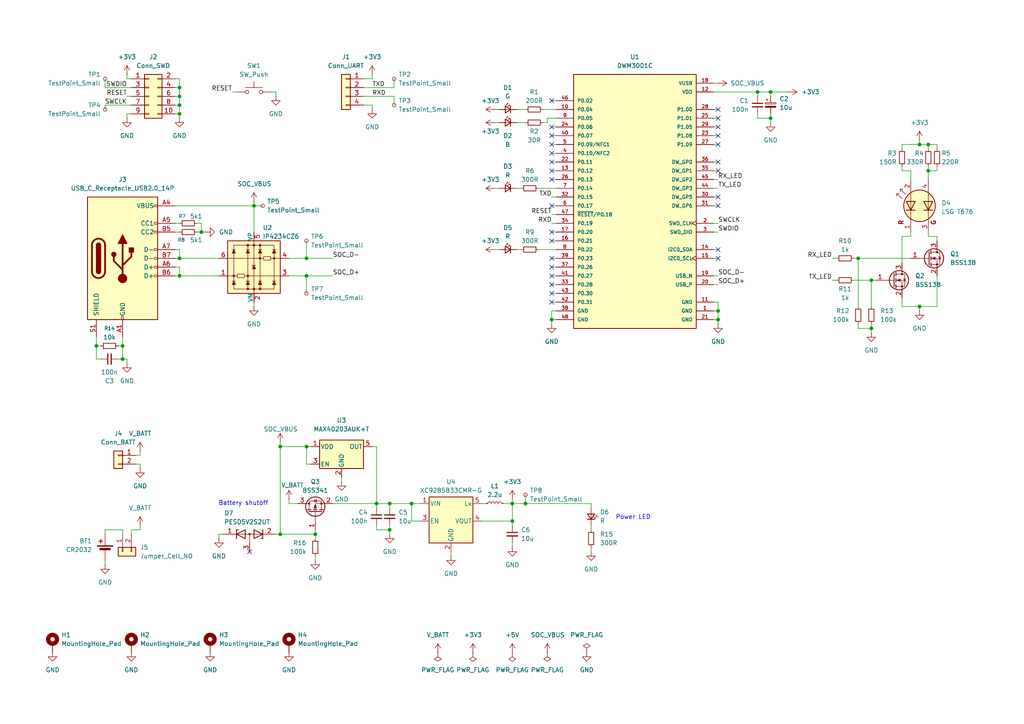
<source format=kicad_sch>
(kicad_sch (version 20250114) (generator "eeschema") (generator_version "9.0")
  (paper "A4")
  (text "Battery shutoff" (at 70.612 146.05 0) (effects (font (size 1.27 1.27))))
  (text "Power LED" (at 183.642 150.114 0) (effects (font (size 1.27 1.27))))
  (junction (at 252.73 81.28))
  (junction (at 148.59 146.05))
  (junction (at 269.24 41.91))
  (junction (at 52.07 80.01))
  (junction (at 52.07 27.94))
  (junction (at 266.7 88.9))
  (junction (at 223.52 34.29))
  (junction (at 109.22 146.05))
  (junction (at 88.9 129.54))
  (junction (at 88.9 80.01))
  (junction (at 52.07 25.4))
  (junction (at 152.4 146.05))
  (junction (at 81.28 154.94))
  (junction (at 208.28 90.17))
  (junction (at 248.92 74.93))
  (junction (at 73.66 59.69))
  (junction (at 223.52 26.67))
  (junction (at 88.9 74.93))
  (junction (at 52.07 33.02))
  (junction (at 91.44 154.94))
  (junction (at 113.03 146.05))
  (junction (at 219.71 26.67))
  (junction (at 52.07 30.48))
  (junction (at 119.38 146.05))
  (junction (at 35.56 100.33))
  (junction (at 160.02 92.71))
  (junction (at 208.28 92.71))
  (junction (at 27.94 100.33))
  (junction (at 58.42 67.31))
  (junction (at 113.03 153.67))
  (junction (at 35.56 104.14))
  (junction (at 148.59 151.13))
  (junction (at 81.28 129.54))
  (junction (at 266.7 41.91))
  (junction (at 269.24 49.53))
  (junction (at 52.07 74.93))
  (junction (at 252.73 95.25))
  (no_connect (at 208.28 72.39))
  (no_connect (at 208.28 74.93))
  (no_connect (at 160.02 77.47))
  (no_connect (at 208.28 49.53))
  (no_connect (at 208.28 36.83))
  (no_connect (at 160.02 41.91))
  (no_connect (at 160.02 87.63))
  (no_connect (at 160.02 44.45))
  (no_connect (at 208.28 41.91))
  (no_connect (at 160.02 67.31))
  (no_connect (at 208.28 34.29))
  (no_connect (at 208.28 31.75))
  (no_connect (at 160.02 85.09))
  (no_connect (at 160.02 59.69))
  (no_connect (at 208.28 46.99))
  (no_connect (at 160.02 39.37))
  (no_connect (at 160.02 52.07))
  (no_connect (at 160.02 46.99))
  (no_connect (at 160.02 74.93))
  (no_connect (at 160.02 69.85))
  (no_connect (at 208.28 59.69))
  (no_connect (at 160.02 36.83))
  (no_connect (at 160.02 49.53))
  (no_connect (at 208.28 39.37))
  (no_connect (at 160.02 29.21))
  (no_connect (at 72.39 160.02))
  (no_connect (at 160.02 82.55))
  (no_connect (at 160.02 80.01))
  (no_connect (at 208.28 57.15))
  (wire (pts (xy 269.24 68.58) (xy 271.78 68.58)))
  (wire (pts (xy 269.24 41.91) (xy 269.24 43.18)))
  (wire (pts (xy 269.24 49.53) (xy 271.78 49.53)))
  (wire (pts (xy 207.01 41.91) (xy 208.28 41.91)))
  (wire (pts (xy 266.7 88.9) (xy 266.7 90.17)))
  (wire (pts (xy 160.02 46.99) (xy 161.29 46.99)))
  (wire (pts (xy 81.28 129.54) (xy 81.28 154.94)))
  (wire (pts (xy 160.02 85.09) (xy 161.29 85.09)))
  (wire (pts (xy 207.01 80.01) (xy 208.28 80.01)))
  (wire (pts (xy 160.02 92.71) (xy 161.29 92.71)))
  (wire (pts (xy 160.02 90.17) (xy 160.02 92.71)))
  (wire (pts (xy 207.01 64.77) (xy 208.28 64.77)))
  (wire (pts (xy 143.51 31.75) (xy 144.78 31.75)))
  (wire (pts (xy 58.42 67.31) (xy 59.69 67.31)))
  (wire (pts (xy 57.15 67.31) (xy 58.42 67.31)))
  (wire (pts (xy 52.07 77.47) (xy 52.07 80.01)))
  (wire (pts (xy 208.28 72.39) (xy 207.01 72.39)))
  (wire (pts (xy 96.52 146.05) (xy 109.22 146.05)))
  (wire (pts (xy 34.29 104.14) (xy 35.56 104.14)))
  (wire (pts (xy 130.81 160.02) (xy 130.81 161.29)))
  (wire (pts (xy 252.73 81.28) (xy 252.73 88.9)))
  (wire (pts (xy 160.02 41.91) (xy 161.29 41.91)))
  (wire (pts (xy 152.4 143.51) (xy 152.4 146.05)))
  (wire (pts (xy 88.9 74.93) (xy 96.52 74.93)))
  (wire (pts (xy 119.38 146.05) (xy 121.92 146.05)))
  (wire (pts (xy 160.02 57.15) (xy 161.29 57.15)))
  (wire (pts (xy 50.8 80.01) (xy 52.07 80.01)))
  (wire (pts (xy 269.24 41.91) (xy 271.78 41.91)))
  (wire (pts (xy 207.01 54.61) (xy 208.28 54.61)))
  (wire (pts (xy 73.66 59.69) (xy 76.2 59.69)))
  (wire (pts (xy 160.02 80.01) (xy 161.29 80.01)))
  (wire (pts (xy 91.44 161.29) (xy 91.44 162.56)))
  (wire (pts (xy 156.21 72.39) (xy 161.29 72.39)))
  (wire (pts (xy 38.1 154.94) (xy 38.1 153.67)))
  (wire (pts (xy 208.28 92.71) (xy 207.01 92.71)))
  (wire (pts (xy 156.21 54.61) (xy 161.29 54.61)))
  (wire (pts (xy 68.58 26.67) (xy 67.31 26.67)))
  (wire (pts (xy 36.83 105.41) (xy 36.83 104.14)))
  (wire (pts (xy 73.66 58.42) (xy 73.66 59.69)))
  (wire (pts (xy 160.02 87.63) (xy 161.29 87.63)))
  (wire (pts (xy 143.51 54.61) (xy 144.78 54.61)))
  (wire (pts (xy 149.86 54.61) (xy 151.13 54.61)))
  (wire (pts (xy 207.01 34.29) (xy 208.28 34.29)))
  (wire (pts (xy 148.59 151.13) (xy 148.59 152.4)))
  (wire (pts (xy 113.03 153.67) (xy 109.22 153.67)))
  (wire (pts (xy 38.1 153.67) (xy 40.64 153.67)))
  (wire (pts (xy 149.86 72.39) (xy 151.13 72.39)))
  (wire (pts (xy 50.8 64.77) (xy 52.07 64.77)))
  (wire (pts (xy 39.37 132.08) (xy 40.64 132.08)))
  (wire (pts (xy 160.02 62.23) (xy 161.29 62.23)))
  (wire (pts (xy 266.7 88.9) (xy 261.62 88.9)))
  (wire (pts (xy 148.59 144.78) (xy 148.59 146.05)))
  (wire (pts (xy 88.9 80.01) (xy 88.9 85.09)))
  (wire (pts (xy 252.73 95.25) (xy 252.73 96.52)))
  (wire (pts (xy 52.07 22.86) (xy 52.07 25.4)))
  (wire (pts (xy 248.92 93.98) (xy 248.92 95.25)))
  (wire (pts (xy 148.59 146.05) (xy 152.4 146.05)))
  (wire (pts (xy 80.01 154.94) (xy 81.28 154.94)))
  (wire (pts (xy 264.16 67.31) (xy 264.16 68.58)))
  (wire (pts (xy 107.95 30.48) (xy 107.95 31.75)))
  (wire (pts (xy 88.9 129.54) (xy 90.17 129.54)))
  (wire (pts (xy 252.73 81.28) (xy 254 81.28)))
  (wire (pts (xy 121.92 151.13) (xy 119.38 151.13)))
  (wire (pts (xy 207.01 90.17) (xy 208.28 90.17)))
  (wire (pts (xy 207.01 59.69) (xy 208.28 59.69)))
  (wire (pts (xy 109.22 146.05) (xy 109.22 147.32)))
  (wire (pts (xy 50.8 30.48) (xy 52.07 30.48)))
  (wire (pts (xy 119.38 151.13) (xy 119.38 146.05)))
  (wire (pts (xy 113.03 152.4) (xy 113.03 153.67)))
  (wire (pts (xy 207.01 57.15) (xy 208.28 57.15)))
  (wire (pts (xy 50.8 27.94) (xy 52.07 27.94)))
  (wire (pts (xy 36.83 27.94) (xy 38.1 27.94)))
  (wire (pts (xy 261.62 48.26) (xy 261.62 49.53)))
  (wire (pts (xy 247.65 74.93) (xy 248.92 74.93)))
  (wire (pts (xy 219.71 26.67) (xy 219.71 27.94)))
  (wire (pts (xy 36.83 21.59) (xy 36.83 22.86)))
  (wire (pts (xy 27.94 100.33) (xy 29.21 100.33)))
  (wire (pts (xy 81.28 129.54) (xy 88.9 129.54)))
  (wire (pts (xy 219.71 34.29) (xy 223.52 34.29)))
  (wire (pts (xy 73.66 87.63) (xy 73.66 88.9)))
  (wire (pts (xy 269.24 49.53) (xy 269.24 52.07)))
  (wire (pts (xy 52.07 25.4) (xy 52.07 27.94)))
  (wire (pts (xy 88.9 134.62) (xy 88.9 129.54)))
  (wire (pts (xy 105.41 25.4) (xy 114.3 25.4)))
  (wire (pts (xy 114.3 30.48) (xy 114.3 27.94)))
  (wire (pts (xy 73.66 59.69) (xy 73.66 67.31)))
  (wire (pts (xy 207.01 87.63) (xy 208.28 87.63)))
  (wire (pts (xy 160.02 29.21) (xy 161.29 29.21)))
  (wire (pts (xy 261.62 41.91) (xy 266.7 41.91)))
  (wire (pts (xy 35.56 104.14) (xy 36.83 104.14)))
  (wire (pts (xy 148.59 157.48) (xy 148.59 158.75)))
  (wire (pts (xy 27.94 104.14) (xy 29.21 104.14)))
  (wire (pts (xy 160.02 82.55) (xy 161.29 82.55)))
  (wire (pts (xy 248.92 95.25) (xy 252.73 95.25)))
  (wire (pts (xy 149.86 35.56) (xy 152.4 35.56)))
  (wire (pts (xy 113.03 146.05) (xy 119.38 146.05)))
  (wire (pts (xy 80.01 26.67) (xy 80.01 27.94)))
  (wire (pts (xy 160.02 39.37) (xy 161.29 39.37)))
  (wire (pts (xy 50.8 77.47) (xy 52.07 77.47)))
  (wire (pts (xy 35.56 100.33) (xy 35.56 97.79)))
  (wire (pts (xy 247.65 81.28) (xy 252.73 81.28)))
  (wire (pts (xy 88.9 69.85) (xy 88.9 74.93)))
  (wire (pts (xy 171.45 146.05) (xy 171.45 147.32)))
  (wire (pts (xy 38.1 33.02) (xy 36.83 33.02)))
  (wire (pts (xy 83.82 80.01) (xy 88.9 80.01)))
  (wire (pts (xy 36.83 33.02) (xy 36.83 34.29)))
  (wire (pts (xy 241.3 81.28) (xy 242.57 81.28)))
  (wire (pts (xy 208.28 90.17) (xy 208.28 92.71)))
  (wire (pts (xy 152.4 146.05) (xy 171.45 146.05)))
  (wire (pts (xy 223.52 26.67) (xy 228.6 26.67)))
  (wire (pts (xy 160.02 74.93) (xy 161.29 74.93)))
  (wire (pts (xy 269.24 67.31) (xy 269.24 68.58)))
  (wire (pts (xy 223.52 26.67) (xy 223.52 27.94)))
  (wire (pts (xy 143.51 72.39) (xy 144.78 72.39)))
  (wire (pts (xy 160.02 67.31) (xy 161.29 67.31)))
  (wire (pts (xy 207.01 26.67) (xy 219.71 26.67)))
  (wire (pts (xy 35.56 104.14) (xy 35.56 100.33)))
  (wire (pts (xy 81.28 128.27) (xy 81.28 129.54)))
  (wire (pts (xy 264.16 68.58) (xy 261.62 68.58)))
  (wire (pts (xy 30.48 30.48) (xy 38.1 30.48)))
  (wire (pts (xy 52.07 74.93) (xy 63.5 74.93)))
  (wire (pts (xy 241.3 74.93) (xy 242.57 74.93)))
  (wire (pts (xy 207.01 49.53) (xy 208.28 49.53)))
  (wire (pts (xy 105.41 30.48) (xy 107.95 30.48)))
  (wire (pts (xy 261.62 49.53) (xy 264.16 49.53)))
  (wire (pts (xy 157.48 31.75) (xy 161.29 31.75)))
  (wire (pts (xy 248.92 74.93) (xy 248.92 88.9)))
  (wire (pts (xy 207.01 46.99) (xy 208.28 46.99)))
  (wire (pts (xy 208.28 92.71) (xy 208.28 93.98)))
  (wire (pts (xy 143.51 35.56) (xy 144.78 35.56)))
  (wire (pts (xy 271.78 88.9) (xy 266.7 88.9)))
  (wire (pts (xy 58.42 67.31) (xy 58.42 64.77)))
  (wire (pts (xy 35.56 153.67) (xy 35.56 154.94)))
  (wire (pts (xy 261.62 86.36) (xy 261.62 88.9)))
  (wire (pts (xy 223.52 34.29) (xy 223.52 33.02)))
  (wire (pts (xy 40.64 134.62) (xy 39.37 134.62)))
  (wire (pts (xy 207.01 67.31) (xy 208.28 67.31)))
  (wire (pts (xy 160.02 52.07) (xy 161.29 52.07)))
  (wire (pts (xy 52.07 33.02) (xy 52.07 34.29)))
  (wire (pts (xy 50.8 59.69) (xy 73.66 59.69)))
  (wire (pts (xy 52.07 27.94) (xy 52.07 30.48)))
  (wire (pts (xy 271.78 48.26) (xy 271.78 49.53)))
  (wire (pts (xy 36.83 22.86) (xy 38.1 22.86)))
  (wire (pts (xy 30.48 25.4) (xy 30.48 22.86)))
  (wire (pts (xy 208.28 74.93) (xy 207.01 74.93)))
  (wire (pts (xy 266.7 40.64) (xy 266.7 41.91)))
  (wire (pts (xy 158.75 34.29) (xy 161.29 34.29)))
  (wire (pts (xy 171.45 152.4) (xy 171.45 153.67)))
  (wire (pts (xy 50.8 22.86) (xy 52.07 22.86)))
  (wire (pts (xy 219.71 33.02) (xy 219.71 34.29)))
  (wire (pts (xy 30.48 162.56) (xy 30.48 163.83)))
  (wire (pts (xy 113.03 153.67) (xy 113.03 154.94)))
  (wire (pts (xy 52.07 74.93) (xy 52.07 72.39)))
  (wire (pts (xy 50.8 72.39) (xy 52.07 72.39)))
  (wire (pts (xy 160.02 59.69) (xy 161.29 59.69)))
  (wire (pts (xy 161.29 90.17) (xy 160.02 90.17)))
  (wire (pts (xy 146.05 146.05) (xy 148.59 146.05)))
  (wire (pts (xy 78.74 26.67) (xy 80.01 26.67)))
  (wire (pts (xy 160.02 69.85) (xy 161.29 69.85)))
  (wire (pts (xy 91.44 154.94) (xy 91.44 156.21)))
  (wire (pts (xy 114.3 22.86) (xy 114.3 25.4)))
  (wire (pts (xy 271.78 80.01) (xy 271.78 88.9)))
  (wire (pts (xy 160.02 49.53) (xy 161.29 49.53)))
  (wire (pts (xy 269.24 48.26) (xy 269.24 49.53)))
  (wire (pts (xy 109.22 129.54) (xy 109.22 146.05)))
  (wire (pts (xy 27.94 100.33) (xy 27.94 104.14)))
  (wire (pts (xy 264.16 49.53) (xy 264.16 52.07)))
  (wire (pts (xy 105.41 22.86) (xy 107.95 22.86)))
  (wire (pts (xy 252.73 93.98) (xy 252.73 95.25)))
  (wire (pts (xy 107.95 129.54) (xy 109.22 129.54)))
  (wire (pts (xy 139.7 146.05) (xy 140.97 146.05)))
  (wire (pts (xy 208.28 87.63) (xy 208.28 90.17)))
  (wire (pts (xy 207.01 39.37) (xy 208.28 39.37)))
  (wire (pts (xy 109.22 152.4) (xy 109.22 153.67)))
  (wire (pts (xy 40.64 152.4) (xy 40.64 153.67)))
  (wire (pts (xy 107.95 22.86) (xy 107.95 21.59)))
  (wire (pts (xy 149.86 31.75) (xy 152.4 31.75)))
  (wire (pts (xy 52.07 80.01) (xy 63.5 80.01)))
  (wire (pts (xy 207.01 36.83) (xy 208.28 36.83)))
  (wire (pts (xy 30.48 153.67) (xy 35.56 153.67)))
  (wire (pts (xy 160.02 92.71) (xy 160.02 93.98)))
  (wire (pts (xy 88.9 80.01) (xy 96.52 80.01)))
  (wire (pts (xy 50.8 74.93) (xy 52.07 74.93)))
  (wire (pts (xy 50.8 67.31) (xy 52.07 67.31)))
  (wire (pts (xy 34.29 100.33) (xy 35.56 100.33)))
  (wire (pts (xy 105.41 27.94) (xy 114.3 27.94)))
  (wire (pts (xy 171.45 158.75) (xy 171.45 160.02)))
  (wire (pts (xy 248.92 74.93) (xy 264.16 74.93)))
  (wire (pts (xy 30.48 25.4) (xy 38.1 25.4)))
  (wire (pts (xy 207.01 52.07) (xy 208.28 52.07)))
  (wire (pts (xy 148.59 146.05) (xy 148.59 151.13)))
  (wire (pts (xy 160.02 64.77) (xy 161.29 64.77)))
  (wire (pts (xy 261.62 43.18) (xy 261.62 41.91)))
  (wire (pts (xy 58.42 64.77) (xy 57.15 64.77)))
  (wire (pts (xy 83.82 74.93) (xy 88.9 74.93)))
  (wire (pts (xy 207.01 31.75) (xy 208.28 31.75)))
  (wire (pts (xy 30.48 30.48) (xy 30.48 31.75)))
  (wire (pts (xy 160.02 36.83) (xy 161.29 36.83)))
  (wire (pts (xy 99.06 138.43) (xy 99.06 139.7)))
  (wire (pts (xy 158.75 35.56) (xy 158.75 34.29)))
  (wire (pts (xy 83.82 146.05) (xy 86.36 146.05)))
  (wire (pts (xy 27.94 97.79) (xy 27.94 100.33)))
  (wire (pts (xy 157.48 35.56) (xy 158.75 35.56)))
  (wire (pts (xy 63.5 154.94) (xy 64.77 154.94)))
  (wire (pts (xy 219.71 26.67) (xy 223.52 26.67)))
  (wire (pts (xy 113.03 146.05) (xy 113.03 147.32)))
  (wire (pts (xy 139.7 151.13) (xy 148.59 151.13)))
  (wire (pts (xy 271.78 41.91) (xy 271.78 43.18)))
  (wire (pts (xy 266.7 41.91) (xy 269.24 41.91)))
  (wire (pts (xy 223.52 34.29) (xy 223.52 35.56)))
  (wire (pts (xy 261.62 68.58) (xy 261.62 76.2)))
  (wire (pts (xy 63.5 154.94) (xy 63.5 156.21)))
  (wire (pts (xy 40.64 135.89) (xy 40.64 134.62)))
  (wire (pts (xy 160.02 77.47) (xy 161.29 77.47)))
  (wire (pts (xy 52.07 30.48) (xy 52.07 33.02)))
  (wire (pts (xy 30.48 154.94) (xy 30.48 153.67)))
  (wire (pts (xy 160.02 44.45) (xy 161.29 44.45)))
  (wire (pts (xy 109.22 146.05) (xy 113.03 146.05)))
  (wire (pts (xy 90.17 134.62) (xy 88.9 134.62)))
  (wire (pts (xy 271.78 68.58) (xy 271.78 69.85)))
  (wire (pts (xy 207.01 82.55) (xy 208.28 82.55)))
  (wire (pts (xy 50.8 33.02) (xy 52.07 33.02)))
  (wire (pts (xy 50.8 25.4) (xy 52.07 25.4)))
  (wire (pts (xy 208.28 24.13) (xy 207.01 24.13)))
  (wire (pts (xy 81.28 154.94) (xy 91.44 154.94)))
  (wire (pts (xy 40.64 132.08) (xy 40.64 130.81)))
  (wire (pts (xy 91.44 153.67) (xy 91.44 154.94)))
  (wire (pts (xy 83.82 146.05) (xy 83.82 144.78)))
  (label "SWCLK" (at 208.28 64.77 0))
  (label "SWDIO" (at 36.83 25.4 180))
  (label "RESET" (at 160.02 62.23 180))
  (label "TX_LED" (at 208.28 54.61 0))
  (label "TXD" (at 107.95 25.4 0))
  (label "RESET" (at 36.83 27.94 180))
  (label "RX_LED" (at 208.28 52.07 0))
  (label "RESET" (at 67.31 26.67 180))
  (label "RXD" (at 107.95 27.94 0))
  (label "SWCLK" (at 36.83 30.48 180))
  (label "SOC_D-" (at 96.52 74.93 0))
  (label "SOC_D+" (at 208.28 82.55 0))
  (label "RX_LED" (at 241.3 74.93 180))
  (label "SOC_D+" (at 96.52 80.01 0))
  (label "RXD" (at 160.02 64.77 180))
  (label "SOC_D-" (at 208.28 80.01 0))
  (label "TX_LED" (at 241.3 81.28 180))
  (label "SWDIO" (at 208.28 67.31 0))
  (label "TXD" (at 160.02 57.15 180))
  (symbol (lib_id "Device:R_Small") (at 31.75 100.33 90) (unit 1)
    (property "Reference" "R14" (at 31.75 95.25 90) (effects (font (size 1.016 1.016))))
    (property "Value" "10k" (at 31.75 97.79 90))
    (property "Footprint" "Resistor_SMD:R_0603_1608Metric" (effects (hide yes)))
    (property "Description" "Resistor, small symbol" (effects (hide yes)))
  )
  (symbol (lib_id "Device:R_Small") (at 54.61 67.31 90) (mirror x) (unit 1)
    (property "Reference" "R8" (at 52.578 69.596 90) (effects (font (size 1.016 1.016))))
    (property "Value" "5k1" (at 56.896 69.596 90))
    (property "Footprint" "Resistor_SMD:R_0603_1608Metric" (effects (hide yes)))
    (property "Description" "Resistor, small symbol" (effects (hide yes)))
  )
  (symbol (lib_id "power:+3V3") (at 137.16 189.23 0) (unit 1)
    (property "Reference" "#PWR042" (effects (hide yes)))
    (property "Value" "+3V3" (at 137.16 184.15 0))
    (property "Description" "Power symbol creates a global label with name \"+3V3\"" (effects (hide yes)))
  )
  (symbol (lib_id "power:GND") (at 40.64 135.89 0) (unit 1)
    (property "Reference" "#PWR025" (effects (hide yes)))
    (property "Value" "GND" (at 40.64 140.97 0))
    (property "Description" "Power symbol creates a global label with name \"GND\" , ground" (effects (hide yes)))
  )
  (symbol (lib_id "Device:C_Polarized_Small") (at 223.52 30.48 0) (unit 1)
    (property "Reference" "C2" (at 226.06 28.6638 0) (effects (justify left)))
    (property "Value" "10u" (at 226.06 31.2038 0) (effects (justify left)))
    (property "Footprint" "Capacitor_Tantalum_SMD:CP_EIA-3216-18_Kemet-A" (effects (hide yes)))
    (property "Description" "Polarized capacitor, small symbol" (effects (hide yes)))
  )
  (symbol (lib_id "Device:C_Small") (at 148.59 154.94 0) (unit 1)
    (property "Reference" "C6" (at 151.13 153.6762 0) (effects (justify left)))
    (property "Value" "10u" (at 151.13 156.2162 0) (effects (justify left)))
    (property "Footprint" "Capacitor_SMD:C_0603_1608Metric" (effects (hide yes)))
    (property "Description" "Unpolarized capacitor, small symbol" (effects (hide yes)))
  )
  (symbol (lib_id "Device:R_Small") (at 245.11 81.28 90) (unit 1)
    (property "Reference" "R11" (at 245.11 83.82 90))
    (property "Value" "1k" (at 245.11 86.36 90))
    (property "Footprint" "Resistor_SMD:R_0603_1608Metric" (effects (hide yes)))
    (property "Description" "Resistor, small symbol" (effects (hide yes)))
  )
  (symbol (lib_id "Device:C_Small") (at 31.75 104.14 90) (mirror x) (unit 1)
    (property "Reference" "C3" (at 31.7563 110.49 90))
    (property "Value" "100n" (at 31.7563 107.95 90))
    (property "Footprint" "Capacitor_SMD:C_0603_1608Metric" (effects (hide yes)))
    (property "Description" "Unpolarized capacitor, small symbol" (effects (hide yes)))
  )
  (symbol (lib_id "Device:R_Small") (at 269.24 45.72 0) (mirror y) (unit 1)
    (property "Reference" "R4" (at 267.97 44.45 0) (effects (justify left)))
    (property "Value" "330R" (at 267.97 46.99 0) (effects (justify left)))
    (property "Footprint" "Resistor_SMD:R_0603_1608Metric" (effects (hide yes)))
    (property "Description" "Resistor, small symbol" (effects (hide yes)))
  )
  (symbol (lib_id "Connector_Generic:Conn_01x02") (at 34.29 132.08 0) (mirror y) (unit 1)
    (property "Reference" "J4" (at 34.29 125.73 0))
    (property "Value" "Conn_BATT" (at 34.29 128.27 0))
    (property "Footprint" "Connector_PinSocket_2.54mm:PinSocket_1x02_P2.54mm_Vertical" (effects (hide yes)))
    (property "Description" "Generic connector, single row, 01x02, script generated (kicad-library-utils/schlib/autogen/connector/)" (effects (hide yes)))
  )
  (symbol (lib_id "power:GND") (at 99.06 139.7 0) (unit 1)
    (property "Reference" "#PWR026" (effects (hide yes)))
    (property "Value" "GND" (at 99.06 144.78 0))
    (property "Description" "Power symbol creates a global label with name \"GND\" , ground" (effects (hide yes)))
  )
  (symbol (lib_id "Device:R_Small") (at 271.78 45.72 0) (unit 1)
    (property "Reference" "R5" (at 273.05 44.45 0) (effects (justify left)))
    (property "Value" "220R" (at 273.05 46.99 0) (effects (justify left)))
    (property "Footprint" "Resistor_SMD:R_0603_1608Metric" (effects (hide yes)))
    (property "Description" "Resistor, small symbol" (effects (hide yes)))
  )
  (symbol (lib_id "Transistor_FET:BSS138") (at 259.08 81.28 0) (unit 1)
    (property "Reference" "Q2" (at 265.43 80.0099 0) (effects (justify left)))
    (property "Value" "BSS138" (at 265.43 82.5499 0) (effects (justify left)))
    (property "Footprint" "Package_TO_SOT_SMD:SOT-23" (effects (hide yes)))
    (property "Datasheet" "https://www.onsemi.com/pub/Collateral/BSS138-D.PDF" (effects (hide yes)))
    (property "Description" "50V Vds, 0.22A Id, N-Channel MOSFET, SOT-23" (effects (hide yes)))
  )
  (symbol (lib_id "Connector:TestPoint_Small") (at 88.9 85.09 0) (unit 1)
    (property "Reference" "TP7" (at 90.17 83.8199 0) (effects (justify left)))
    (property "Value" "TestPoint_Small" (at 90.17 86.3599 0) (effects (justify left)))
    (property "Footprint" "TestPoint:TestPoint_Pad_D1.0mm" (effects (hide yes)))
    (property "Description" "test point" (effects (hide yes)))
  )
  (symbol (lib_id "power:GND") (at 15.24 189.23 0) (unit 1)
    (property "Reference" "#PWR037" (effects (hide yes)))
    (property "Value" "GND" (at 15.24 194.31 0))
    (property "Description" "Power symbol creates a global label with name \"GND\" , ground" (effects (hide yes)))
  )
  (symbol (lib_id "Device:R_Small") (at 252.73 91.44 180) (unit 1)
    (property "Reference" "R13" (at 255.27 90.1699 0) (effects (justify right)))
    (property "Value" "100k" (at 255.27 92.7099 0) (effects (justify right)))
    (property "Footprint" "Resistor_SMD:R_0603_1608Metric" (effects (hide yes)))
    (property "Description" "Resistor, small symbol" (effects (hide yes)))
  )
  (symbol (lib_id "Device:R_Small") (at 54.61 64.77 90) (unit 1)
    (property "Reference" "R7" (at 52.832 62.738 90) (effects (font (size 1.016 1.016))))
    (property "Value" "5k1" (at 56.896 62.738 90))
    (property "Footprint" "Resistor_SMD:R_0603_1608Metric" (effects (hide yes)))
    (property "Description" "Resistor, small symbol" (effects (hide yes)))
  )
  (symbol (lib_id "power:GND") (at 170.18 189.23 0) (unit 1)
    (property "Reference" "#PWR045" (effects (hide yes)))
    (property "Value" "GND" (at 170.18 194.31 0))
    (property "Description" "Power symbol creates a global label with name \"GND\" , ground" (effects (hide yes)))
  )
  (symbol (lib_id "power:GND") (at 36.83 105.41 0) (unit 1)
    (property "Reference" "#PWR022" (effects (hide yes)))
    (property "Value" "GND" (at 36.83 110.49 0))
    (property "Description" "Power symbol creates a global label with name \"GND\" , ground" (effects (hide yes)))
  )
  (symbol (lib_id "power:+3V3") (at 148.59 144.78 0) (unit 1)
    (property "Reference" "#PWR028" (effects (hide yes)))
    (property "Value" "+3V3" (at 148.59 139.7 0))
    (property "Description" "Power symbol creates a global label with name \"+3V3\"" (effects (hide yes)))
  )
  (symbol (lib_id "Connector:TestPoint_Small") (at 76.2 59.69 0) (unit 1)
    (property "Reference" "TP5" (at 77.47 58.4199 0) (effects (justify left)))
    (property "Value" "TestPoint_Small" (at 77.47 60.9599 0) (effects (justify left)))
    (property "Footprint" "TestPoint:TestPoint_Pad_D1.0mm" (effects (hide yes)))
    (property "Description" "test point" (effects (hide yes)))
  )
  (symbol (lib_id "Ideal_Diode:MAX40203AUK+T") (at 99.06 132.08 0) (unit 1)
    (property "Reference" "U3" (at 99.06 121.92 0))
    (property "Value" "MAX40203AUK+T" (at 99.06 124.46 0))
    (property "Footprint" "Package_TO_SOT_SMD:SOT-23-5" (effects (hide yes)))
    (property "Datasheet" "https://www.analog.com/media/en/technical-documentation/data-sheets/MAX40203.pdf" (effects (hide yes)))
    (property "Description" "Ideal Diode with low voltage-drop, SOT-23-5" (effects (hide yes)))
  )
  (symbol (lib_id "power:GND") (at 130.81 161.29 0) (unit 1)
    (property "Reference" "#PWR034" (effects (hide yes)))
    (property "Value" "GND" (at 130.81 166.37 0))
    (property "Description" "Power symbol creates a global label with name \"GND\" , ground" (effects (hide yes)))
  )
  (symbol (lib_id "Device:R_Small") (at 261.62 45.72 0) (mirror y) (unit 1)
    (property "Reference" "R3" (at 260.096 44.45 0) (effects (justify left)))
    (property "Value" "150R" (at 260.096 46.99 0) (effects (justify left)))
    (property "Footprint" "Resistor_SMD:R_0603_1608Metric" (effects (hide yes)))
    (property "Description" "Resistor, small symbol" (effects (hide yes)))
  )
  (symbol (lib_id "power:GND") (at 73.66 88.9 0) (unit 1)
    (property "Reference" "#PWR017" (effects (hide yes)))
    (property "Value" "GND" (at 73.66 93.98 0))
    (property "Description" "Power symbol creates a global label with name \"GND\" , ground" (effects (hide yes)))
  )
  (symbol (lib_id "power:+5V") (at 148.59 189.23 0) (unit 1)
    (property "Reference" "#PWR043" (effects (hide yes)))
    (property "Value" "+5V" (at 148.59 184.15 0))
    (property "Description" "Power symbol creates a global label with name \"+5V\"" (effects (hide yes)))
  )
  (symbol (lib_id "Switch:SW_Push") (at 73.66 26.67 0) (mirror y) (unit 1)
    (property "Reference" "SW1" (at 73.66 19.05 0))
    (property "Value" "SW_Push" (at 73.66 21.59 0))
    (property "Footprint" "Button_Switch_THT:SW_TH_Tactile_Omron_B3F-106x" (effects (hide yes)))
    (property "Description" "Push button switch, generic, two pins" (effects (hide yes)))
  )
  (symbol (lib_id "Device:LED_Small") (at 147.32 54.61 0) (mirror y) (unit 1)
    (property "Reference" "D3" (at 147.2565 48.26 0))
    (property "Value" "R" (at 147.2565 50.8 0))
    (property "Footprint" "LED_SMD:LED_0603_1608Metric" (effects (hide yes)))
    (property "Description" "Light emitting diode, small symbol" (effects (hide yes)))
    (property "Sim.Pin" "1=K 2=A" (effects (hide yes)))
    (property "Mfr No" "150060RS83000" (effects (hide yes)))
    (property "Current" "5 mA" (effects (hide yes)))
  )
  (symbol (lib_id "power:GND") (at 223.52 35.56 0) (unit 1)
    (property "Reference" "#PWR011" (effects (hide yes)))
    (property "Value" "GND" (at 223.52 40.64 0))
    (property "Description" "Power symbol creates a global label with name \"GND\" , ground" (effects (hide yes)))
  )
  (symbol (lib_id "power:+3V3") (at 36.83 21.59 0) (mirror y) (unit 1)
    (property "Reference" "#PWR01" (effects (hide yes)))
    (property "Value" "+3V3" (at 36.83 16.51 0))
    (property "Description" "Power symbol creates a global label with name \"+3V3\"" (effects (hide yes)))
  )
  (symbol (lib_id "Transistor_FET:BSS84") (at 91.44 148.59 90) (unit 1)
    (property "Reference" "Q3" (at 91.44 139.7 90))
    (property "Value" "BSS341" (at 91.44 142.24 90))
    (property "Footprint" "Package_TO_SOT_SMD:SOT-23-3" (effects (hide yes)))
    (property "Datasheet" "http://assets.nexperia.com/documents/data-sheet/BSS84.pdf" (effects (hide yes)))
    (property "Description" "-0.13A Id, -50V Vds, P-Channel MOSFET, SOT-23" (effects (hide yes)))
  )
  (symbol (lib_id "Device:D_Zener_Dual_CommonAnode_KKA") (at 72.39 154.94 0) (unit 1)
    (property "Reference" "D7" (at 65.024 148.844 0) (effects (justify left)))
    (property "Value" "PESD5V2S2UT" (at 65.024 151.384 0) (effects (justify left)))
    (property "Footprint" "Package_TO_SOT_SMD:SOT-23" (effects (hide yes)))
    (property "Description" "Dual Zener diode, common anode on pin 3" (effects (hide yes)))
  )
  (symbol (lib_id "power:VBUS") (at 83.82 144.78 0) (unit 1)
    (property "Reference" "#PWR027" (effects (hide yes)))
    (property "Value" "V_BATT" (at 84.836 140.716 0))
    (property "Description" "Power symbol creates a global label with name \"VBUS\"" (effects (hide yes)))
  )
  (symbol (lib_id "Mechanical:MountingHole_Pad") (at 83.82 186.69 0) (unit 1) (exclude_from_sim yes) (in_bom no)
    (property "Reference" "H4" (at 86.36 184.1499 0) (effects (justify left)))
    (property "Value" "MountingHole_Pad" (at 86.36 186.6899 0) (effects (justify left)))
    (property "Footprint" "MountingHole:MountingHole_3.2mm_M3_ISO14580_Pad_TopBottom" (effects (hide yes)))
    (property "Description" "Mounting Hole with connection" (effects (hide yes)))
  )
  (symbol (lib_id "power:GND") (at 30.48 163.83 0) (unit 1)
    (property "Reference" "#PWR036" (effects (hide yes)))
    (property "Value" "GND" (at 30.48 168.91 0))
    (property "Description" "Power symbol creates a global label with name \"GND\" , ground" (effects (hide yes)))
  )
  (symbol (lib_id "power:GND") (at 107.95 31.75 0) (unit 1)
    (property "Reference" "#PWR06" (effects (hide yes)))
    (property "Value" "GND" (at 107.95 36.83 0))
    (property "Description" "Power symbol creates a global label with name \"GND\" , ground" (effects (hide yes)))
  )
  (symbol (lib_id "power:VBUS") (at 127 189.23 0) (unit 1)
    (property "Reference" "#PWR041" (effects (hide yes)))
    (property "Value" "V_BATT" (at 127 184.15 0))
    (property "Description" "Power symbol creates a global label with name \"VBUS\"" (effects (hide yes)))
  )
  (symbol (lib_id "power:PWR_FLAG") (at 158.75 189.23 180) (unit 1)
    (property "Reference" "#FLG04" (effects (hide yes)))
    (property "Value" "PWR_FLAG" (at 158.75 194.31 0))
    (property "Description" "Special symbol for telling ERC where power comes from" (effects (hide yes)))
  )
  (symbol (lib_id "Mechanical:MountingHole_Pad") (at 60.96 186.69 0) (unit 1) (exclude_from_sim yes) (in_bom no)
    (property "Reference" "H3" (at 63.5 184.1499 0) (effects (justify left)))
    (property "Value" "MountingHole_Pad" (at 63.5 186.6899 0) (effects (justify left)))
    (property "Footprint" "MountingHole:MountingHole_3.2mm_M3_ISO14580_Pad_TopBottom" (effects (hide yes)))
    (property "Description" "Mounting Hole with connection" (effects (hide yes)))
  )
  (symbol (lib_id "Device:LED_Small") (at 147.32 35.56 0) (mirror y) (unit 1)
    (property "Reference" "D2" (at 147.2565 39.37 0))
    (property "Value" "B" (at 147.2565 41.91 0))
    (property "Footprint" "LED_SMD:LED_0603_1608Metric" (effects (hide yes)))
    (property "Description" "Light emitting diode, small symbol" (effects (hide yes)))
    (property "Sim.Pin" "1=K 2=A" (effects (hide yes)))
    (property "Mfr No" "150060BS83000" (effects (hide yes)))
    (property "Current" "7 mA" (effects (hide yes)))
  )
  (symbol (lib_id "power:GND") (at 60.96 189.23 0) (unit 1)
    (property "Reference" "#PWR039" (effects (hide yes)))
    (property "Value" "GND" (at 60.96 194.31 0))
    (property "Description" "Power symbol creates a global label with name \"GND\" , ground" (effects (hide yes)))
  )
  (symbol (lib_id "Connector:TestPoint_Small") (at 152.4 143.51 0) (unit 1)
    (property "Reference" "TP8" (at 153.67 142.2399 0) (effects (justify left)))
    (property "Value" "TestPoint_Small" (at 153.67 144.7799 0) (effects (justify left)))
    (property "Footprint" "TestPoint:TestPoint_Pad_D1.0mm" (effects (hide yes)))
    (property "Description" "test point" (effects (hide yes)))
  )
  (symbol (lib_id "power:GND") (at 52.07 34.29 0) (unit 1)
    (property "Reference" "#PWR09" (effects (hide yes)))
    (property "Value" "GND" (at 52.07 39.37 0))
    (property "Description" "Power symbol creates a global label with name \"GND\" , ground" (effects (hide yes)))
  )
  (symbol (lib_id "Connector:TestPoint_Small") (at 30.48 31.75 0) (mirror y) (unit 1)
    (property "Reference" "TP4" (at 29.21 30.4799 0) (effects (justify left)))
    (property "Value" "TestPoint_Small" (at 29.21 33.0199 0) (effects (justify left)))
    (property "Footprint" "TestPoint:TestPoint_Pad_D1.0mm" (effects (hide yes)))
    (property "Description" "test point" (effects (hide yes)))
  )
  (symbol (lib_id "power:VBUS") (at 158.75 189.23 0) (unit 1)
    (property "Reference" "#PWR044" (effects (hide yes)))
    (property "Value" "SOC_VBUS" (at 153.924 184.15 0) (effects (justify left)))
    (property "Description" "Power symbol creates a global label with name \"VBUS\"" (effects (hide yes)))
  )
  (symbol (lib_id "power:VBUS") (at 73.66 58.42 0) (unit 1)
    (property "Reference" "#PWR014" (effects (hide yes)))
    (property "Value" "SOC_VBUS" (at 68.834 53.34 0) (effects (justify left)))
    (property "Description" "Power symbol creates a global label with name \"VBUS\"" (effects (hide yes)))
  )
  (symbol (lib_id "power:GND") (at 148.59 158.75 0) (unit 1)
    (property "Reference" "#PWR032" (effects (hide yes)))
    (property "Value" "GND" (at 148.59 163.83 0))
    (property "Description" "Power symbol creates a global label with name \"GND\" , ground" (effects (hide yes)))
  )
  (symbol (lib_id "power:VBUS") (at 208.28 24.13 270) (mirror x) (unit 1)
    (property "Reference" "#PWR03" (effects (hide yes)))
    (property "Value" "SOC_VBUS" (at 211.836 24.13 90) (effects (justify left)))
    (property "Description" "Power symbol creates a global label with name \"VBUS\"" (effects (hide yes)))
  )
  (symbol (lib_id "power:+3V3") (at 143.51 31.75 90) (unit 1)
    (property "Reference" "#PWR07" (effects (hide yes)))
    (property "Value" "+3V3" (at 142.24 29.21 90))
    (property "Description" "Power symbol creates a global label with name \"+3V3\"" (effects (hide yes)))
  )
  (symbol (lib_id "Device:Battery_Cell") (at 30.48 160.02 0) (mirror y) (unit 1)
    (property "Reference" "BT1" (at 26.67 156.9084 0) (effects (justify left)))
    (property "Value" "CR2032" (at 26.67 159.4484 0) (effects (justify left)))
    (property "Footprint" "Battery:BatteryHolder_Keystone_1058_1x2032" (effects (hide yes)))
    (property "Description" "Single-cell battery" (effects (hide yes)))
  )
  (symbol (lib_id "LED_Dual:LED_Dual_KAKA_RG") (at 266.7 59.69 90) (unit 1)
    (property "Reference" "D4" (at 273.05 58.8644 90) (effects (justify right)))
    (property "Value" "LSG T676" (at 273.05 61.4044 90) (effects (justify right)))
    (property "Footprint" "LED_Dual:LED_Dual_OSRAM-PLCC4_3.2x2.8mm" (effects (hide yes)))
    (property "Description" "Dual LED, cathodes on pins 1 and 3" (effects (hide yes)))
  )
  (symbol (lib_id "Connector_Generic:Conn_02x05_Odd_Even") (at 43.18 27.94 0) (unit 1)
    (property "Reference" "J2" (at 44.45 16.51 0))
    (property "Value" "Conn_SWD" (at 44.45 19.05 0))
    (property "Footprint" "Connector_PinHeader_1.27mm:PinHeader_2x05_P1.27mm_Vertical_SMD" (effects (hide yes)))
    (property "Description" "Generic connector, double row, 02x05, odd/even pin numbering scheme (row 1 odd numbers, row 2 even numbers), script generated (kicad-library-utils/schlib/autogen/connector/)" (effects (hide yes)))
  )
  (symbol (lib_id "power:PWR_FLAG") (at 170.18 189.23 0) (unit 1)
    (property "Reference" "#FLG05" (effects (hide yes)))
    (property "Value" "PWR_FLAG" (at 170.18 184.15 0))
    (property "Description" "Special symbol for telling ERC where power comes from" (effects (hide yes)))
  )
  (symbol (lib_id "Device:R_Small") (at 154.94 31.75 90) (unit 1)
    (property "Reference" "R1" (at 154.94 26.67 90))
    (property "Value" "200R" (at 154.94 29.21 90))
    (property "Footprint" "Resistor_SMD:R_0603_1608Metric" (effects (hide yes)))
    (property "Description" "Resistor, small symbol" (effects (hide yes)))
  )
  (symbol (lib_id "power:+3V3") (at 143.51 54.61 90) (unit 1)
    (property "Reference" "#PWR013" (effects (hide yes)))
    (property "Value" "+3V3" (at 142.24 52.07 90))
    (property "Description" "Power symbol creates a global label with name \"+3V3\"" (effects (hide yes)))
  )
  (symbol (lib_id "Connector_Generic:Conn_01x04") (at 100.33 25.4 0) (mirror y) (unit 1)
    (property "Reference" "J1" (at 100.33 16.51 0))
    (property "Value" "Conn_UART" (at 100.33 19.05 0))
    (property "Footprint" "Connector_PinSocket_2.54mm:PinSocket_1x04_P2.54mm_Vertical" (effects (hide yes)))
    (property "Description" "Generic connector, single row, 01x04, script generated (kicad-library-utils/schlib/autogen/connector/)" (effects (hide yes)))
  )
  (symbol (lib_id "Device:R_Small") (at 248.92 91.44 0) (mirror x) (unit 1)
    (property "Reference" "R12" (at 246.38 90.1699 0) (effects (justify right)))
    (property "Value" "100k" (at 246.38 92.7099 0) (effects (justify right)))
    (property "Footprint" "Resistor_SMD:R_0603_1608Metric" (effects (hide yes)))
    (property "Description" "Resistor, small symbol" (effects (hide yes)))
  )
  (symbol (lib_id "power:GND") (at 252.73 96.52 0) (unit 1)
    (property "Reference" "#PWR021" (effects (hide yes)))
    (property "Value" "GND" (at 252.73 101.6 0))
    (property "Description" "Power symbol creates a global label with name \"GND\" , ground" (effects (hide yes)))
  )
  (symbol (lib_id "Device:LED_Small") (at 147.32 72.39 0) (mirror y) (unit 1)
    (property "Reference" "D5" (at 147.2565 66.04 0))
    (property "Value" "R" (at 147.2565 68.58 0))
    (property "Footprint" "LED_SMD:LED_0603_1608Metric" (effects (hide yes)))
    (property "Description" "Light emitting diode, small symbol" (effects (hide yes)))
    (property "Sim.Pin" "1=K 2=A" (effects (hide yes)))
    (property "Mfr No" "150060RS83000" (effects (hide yes)))
    (property "Current" "5 mA" (effects (hide yes)))
  )
  (symbol (lib_id "power:VBUS") (at 40.64 130.81 0) (unit 1)
    (property "Reference" "#PWR024" (effects (hide yes)))
    (property "Value" "V_BATT" (at 40.64 125.73 0))
    (property "Description" "Power symbol creates a global label with name \"VBUS\"" (effects (hide yes)))
  )
  (symbol (lib_id "Device:R_Small") (at 245.11 74.93 90) (unit 1)
    (property "Reference" "R10" (at 245.11 69.85 90))
    (property "Value" "1k" (at 245.11 72.39 90))
    (property "Footprint" "Resistor_SMD:R_0603_1608Metric" (effects (hide yes)))
    (property "Description" "Resistor, small symbol" (effects (hide yes)))
  )
  (symbol (lib_id "power:GND") (at 171.45 160.02 0) (unit 1)
    (property "Reference" "#PWR033" (effects (hide yes)))
    (property "Value" "GND" (at 171.45 165.1 0))
    (property "Description" "Power symbol creates a global label with name \"GND\" , ground" (effects (hide yes)))
  )
  (symbol (lib_id "Device:C_Small") (at 219.71 30.48 0) (mirror y) (unit 1)
    (property "Reference" "C1" (at 217.17 29.2162 0) (effects (justify left)))
    (property "Value" "100n" (at 217.17 31.7562 0) (effects (justify left)))
    (property "Footprint" "Capacitor_SMD:C_0603_1608Metric" (effects (hide yes)))
    (property "Description" "Unpolarized capacitor, small symbol" (effects (hide yes)))
  )
  (symbol (lib_id "Transistor_FET:BSS138") (at 269.24 74.93 0) (unit 1)
    (property "Reference" "Q1" (at 275.59 73.6599 0) (effects (justify left)))
    (property "Value" "BSS138" (at 275.59 76.1999 0) (effects (justify left)))
    (property "Footprint" "Package_TO_SOT_SMD:SOT-23" (effects (hide yes)))
    (property "Datasheet" "https://www.onsemi.com/pub/Collateral/BSS138-D.PDF" (effects (hide yes)))
    (property "Description" "50V Vds, 0.22A Id, N-Channel MOSFET, SOT-23" (effects (hide yes)))
  )
  (symbol (lib_id "power:PWR_FLAG") (at 148.59 189.23 180) (unit 1)
    (property "Reference" "#FLG03" (effects (hide yes)))
    (property "Value" "PWR_FLAG" (at 148.59 194.31 0))
    (property "Description" "Special symbol for telling ERC where power comes from" (effects (hide yes)))
  )
  (symbol (lib_id "Connector:TestPoint_Small") (at 114.3 22.86 0) (unit 1)
    (property "Reference" "TP2" (at 115.57 21.5899 0) (effects (justify left)))
    (property "Value" "TestPoint_Small" (at 115.57 24.1299 0) (effects (justify left)))
    (property "Footprint" "TestPoint:TestPoint_Pad_D1.0mm" (effects (hide yes)))
    (property "Description" "test point" (effects (hide yes)))
  )
  (symbol (lib_id "power:PWR_FLAG") (at 127 189.23 180) (unit 1)
    (property "Reference" "#FLG01" (effects (hide yes)))
    (property "Value" "PWR_FLAG" (at 127 194.31 0))
    (property "Description" "Special symbol for telling ERC where power comes from" (effects (hide yes)))
  )
  (symbol (lib_id "power:GND") (at 83.82 189.23 0) (unit 1)
    (property "Reference" "#PWR040" (effects (hide yes)))
    (property "Value" "GND" (at 83.82 194.31 0))
    (property "Description" "Power symbol creates a global label with name \"GND\" , ground" (effects (hide yes)))
  )
  (symbol (lib_id "Device:LED_Small") (at 147.32 31.75 0) (mirror y) (unit 1)
    (property "Reference" "D1" (at 147.2565 25.4 0))
    (property "Value" "G" (at 147.2565 27.94 0))
    (property "Footprint" "LED_SMD:LED_0603_1608Metric" (effects (hide yes)))
    (property "Description" "Light emitting diode, small symbol" (effects (hide yes)))
    (property "Sim.Pin" "1=K 2=A" (effects (hide yes)))
    (property "Mfr No" "150060GS83000" (effects (hide yes)))
    (property "Current" "2 mA" (effects (hide yes)))
  )
  (symbol (lib_id "power:VBUS") (at 40.64 152.4 0) (unit 1)
    (property "Reference" "#PWR029" (effects (hide yes)))
    (property "Value" "V_BATT" (at 40.64 147.32 0))
    (property "Description" "Power symbol creates a global label with name \"VBUS\"" (effects (hide yes)))
  )
  (symbol (lib_id "power:+3V3") (at 143.51 35.56 90) (mirror x) (unit 1)
    (property "Reference" "#PWR010" (effects (hide yes)))
    (property "Value" "+3V3" (at 142.24 38.1 90))
    (property "Description" "Power symbol creates a global label with name \"+3V3\"" (effects (hide yes)))
  )
  (symbol (lib_id "Mechanical:MountingHole_Pad") (at 15.24 186.69 0) (unit 1) (exclude_from_sim yes) (in_bom no)
    (property "Reference" "H1" (at 17.78 184.1499 0) (effects (justify left)))
    (property "Value" "MountingHole_Pad" (at 17.78 186.6899 0) (effects (justify left)))
    (property "Footprint" "MountingHole:MountingHole_3.2mm_M3_ISO14580_Pad_TopBottom" (effects (hide yes)))
    (property "Description" "Mounting Hole with connection" (effects (hide yes)))
  )
  (symbol (lib_id "power:GND") (at 38.1 189.23 0) (unit 1)
    (property "Reference" "#PWR038" (effects (hide yes)))
    (property "Value" "GND" (at 38.1 194.31 0))
    (property "Description" "Power symbol creates a global label with name \"GND\" , ground" (effects (hide yes)))
  )
  (symbol (lib_id "Connector_Generic:Conn_01x02") (at 35.56 160.02 90) (mirror x) (unit 1)
    (property "Reference" "J5" (at 40.64 158.7499 90) (effects (justify right)))
    (property "Value" "Jumper_Cell_NO" (at 40.64 161.2899 90) (effects (justify right)))
    (property "Footprint" "Connector_PinHeader_2.54mm:PinHeader_1x02_P2.54mm_Vertical" (effects (hide yes)))
    (property "Description" "Generic connector, single row, 01x02, script generated (kicad-library-utils/schlib/autogen/connector/)" (effects (hide yes)))
  )
  (symbol (lib_id "power:+3V3") (at 107.95 21.59 0) (mirror y) (unit 1)
    (property "Reference" "#PWR02" (effects (hide yes)))
    (property "Value" "+3V3" (at 107.95 16.51 0))
    (property "Description" "Power symbol creates a global label with name \"+3V3\"" (effects (hide yes)))
  )
  (symbol (lib_id "DCDC_Converter_Custom:XC9285B33CMR-G") (at 130.81 151.13 0) (unit 1)
    (property "Reference" "U4" (at 130.81 139.7 0))
    (property "Value" "XC9285B33CMR-G" (at 130.81 142.24 0))
    (property "Footprint" "Package_TO_SOT_SMD:SOT-23-5" (effects (hide yes)))
    (property "Datasheet" "https://product.torexsemi.com/system/files/series/xc9285.pdf" (effects (hide yes)))
    (property "Description" "3.6V buck converter, SOT-23-5" (effects (hide yes)))
  )
  (symbol (lib_id "Device:R_Small") (at 154.94 35.56 90) (unit 1)
    (property "Reference" "R2" (at 154.94 38.1 90))
    (property "Value" "30R" (at 154.94 40.64 90))
    (property "Footprint" "Resistor_SMD:R_0603_1608Metric" (effects (hide yes)))
    (property "Description" "Resistor, small symbol" (effects (hide yes)))
  )
  (symbol (lib_id "Device:C_Small") (at 113.03 149.86 0) (unit 1)
    (property "Reference" "C5" (at 115.57 148.5962 0) (effects (justify left)))
    (property "Value" "10u" (at 115.57 151.1362 0) (effects (justify left)))
    (property "Footprint" "Capacitor_SMD:C_0603_1608Metric" (effects (hide yes)))
    (property "Description" "Unpolarized capacitor, small symbol" (effects (hide yes)))
  )
  (symbol (lib_id "power:GND") (at 160.02 93.98 0) (unit 1)
    (property "Reference" "#PWR019" (effects (hide yes)))
    (property "Value" "GND" (at 160.02 99.06 0))
    (property "Description" "Power symbol creates a global label with name \"GND\" , ground" (effects (hide yes)))
  )
  (symbol (lib_id "Device:C_Small") (at 109.22 149.86 0) (mirror y) (unit 1)
    (property "Reference" "C4" (at 106.68 148.5962 0) (effects (justify left)))
    (property "Value" "100n" (at 106.68 151.1362 0) (effects (justify left)))
    (property "Footprint" "Capacitor_SMD:C_0603_1608Metric" (effects (hide yes)))
    (property "Description" "Unpolarized capacitor, small symbol" (effects (hide yes)))
  )
  (symbol (lib_id "Device:R_Small") (at 91.44 158.75 0) (mirror y) (unit 1)
    (property "Reference" "R16" (at 88.9 157.4799 0) (effects (justify left)))
    (property "Value" "100k" (at 88.9 160.0199 0) (effects (justify left)))
    (property "Footprint" "Resistor_SMD:R_0603_1608Metric" (effects (hide yes)))
    (property "Description" "Resistor, small symbol" (effects (hide yes)))
  )
  (symbol (lib_id "power:PWR_FLAG") (at 137.16 189.23 180) (unit 1)
    (property "Reference" "#FLG02" (effects (hide yes)))
    (property "Value" "PWR_FLAG" (at 137.16 194.31 0))
    (property "Description" "Special symbol for telling ERC where power comes from" (effects (hide yes)))
  )
  (symbol (lib_id "Device:R_Small") (at 153.67 54.61 90) (unit 1)
    (property "Reference" "R6" (at 153.67 49.53 90))
    (property "Value" "300R" (at 153.67 52.07 90))
    (property "Footprint" "Resistor_SMD:R_0603_1608Metric" (effects (hide yes)))
    (property "Description" "Resistor, small symbol" (effects (hide yes)))
  )
  (symbol (lib_id "DWM3001C:DWM3001C") (at 184.15 57.15 0) (unit 1)
    (property "Reference" "U1" (at 184.15 16.51 0))
    (property "Value" "DWM3001C" (at 184.15 19.05 0))
    (property "Footprint" "UWBkit:DWM3001C" (effects (hide yes)))
    (property "MF" "Qorvo" (effects (hide yes)))
    (property "MAXIMUM_PACKAGE_HEIGHT" "3.40mm" (effects (hide yes)))
    (property "Package" "None" (effects (hide yes)))
    (property "Price" "None" (effects (hide yes)))
    (property "Check_prices" "https://www.snapeda.com/parts/DWM3001C/Qorvo/view-part/?ref=eda" (effects (hide yes)))
    (property "STANDARD" "Manufacturer Recommendations" (effects (hide yes)))
    (property "PARTREV" "Rev C" (effects (hide yes)))
    (property "SnapEDA_Link" "https://www.snapeda.com/parts/DWM3001C/Qorvo/view-part/?ref=snap" (effects (hide yes)))
    (property "MP" "DWM3001C" (effects (hide yes)))
    (property "Description_1" "RF Modules 6.5 & 8.0 GHz Ultra-Wideband (UWB) Module with BLE SoC and Motion Sensor" (effects (hide yes)))
    (property "Availability" "Not in stock" (effects (hide yes)))
    (property "MANUFACTURER" "Qorvo" (effects (hide yes)))
  )
  (symbol (lib_id "Connector:TestPoint_Small") (at 30.48 22.86 0) (mirror y) (unit 1)
    (property "Reference" "TP1" (at 29.21 21.5899 0) (effects (justify left)))
    (property "Value" "TestPoint_Small" (at 29.21 24.1299 0) (effects (justify left)))
    (property "Footprint" "TestPoint:TestPoint_Pad_D1.0mm" (effects (hide yes)))
    (property "Description" "test point" (effects (hide yes)))
  )
  (symbol (lib_id "power:GND") (at 208.28 93.98 0) (unit 1)
    (property "Reference" "#PWR020" (effects (hide yes)))
    (property "Value" "GND" (at 208.28 99.06 0))
    (property "Description" "Power symbol creates a global label with name \"GND\" , ground" (effects (hide yes)))
  )
  (symbol (lib_id "Connector:TestPoint_Small") (at 114.3 30.48 0) (unit 1)
    (property "Reference" "TP3" (at 115.57 29.2099 0) (effects (justify left)))
    (property "Value" "TestPoint_Small" (at 115.57 31.7499 0) (effects (justify left)))
    (property "Footprint" "TestPoint:TestPoint_Pad_D1.0mm" (effects (hide yes)))
    (property "Description" "test point" (effects (hide yes)))
  )
  (symbol (lib_id "Connector:USB_C_Receptacle_USB2.0_14P") (at 35.56 74.93 0) (unit 1)
    (property "Reference" "J3" (at 35.56 52.07 0))
    (property "Value" "USB_C_Receptacle_USB2.0_14P" (at 35.56 54.61 0))
    (property "Footprint" "Connector_USB:USB_C_Receptacle_GCT_USB4105-xx-A_16P_TopMnt_Horizontal" (effects (hide yes)))
    (property "Datasheet" "https://www.usb.org/sites/default/files/documents/usb_type-c.zip" (effects (hide yes)))
    (property "Description" "USB 2.0-only 14P Type-C Receptacle connector" (effects (hide yes)))
    (property "Link" "mouser.com/ProductDetail/GCT/USB4105-GF-A-060?qs=QNEnbhJQKvY2mocwNJzgfA%3D%3D" (effects (hide yes)))
  )
  (symbol (lib_id "Device:LED_Small") (at 171.45 149.86 270) (mirror x) (unit 1)
    (property "Reference" "D6" (at 173.99 148.5264 90) (effects (justify left)))
    (property "Value" "R" (at 173.99 151.0664 90) (effects (justify left)))
    (property "Footprint" "LED_SMD:LED_0603_1608Metric" (effects (hide yes)))
    (property "Description" "Light emitting diode, small symbol" (effects (hide yes)))
    (property "Sim.Pin" "1=K 2=A" (effects (hide yes)))
    (property "Mfr No" "150060RS83000" (effects (hide yes)))
    (property "Current" "5 mA" (effects (hide yes)))
  )
  (symbol (lib_id "power:GND") (at 59.69 67.31 90) (unit 1)
    (property "Reference" "#PWR015" (effects (hide yes)))
    (property "Value" "GND" (at 63.5 67.3099 90) (effects (justify right)))
    (property "Description" "Power symbol creates a global label with name \"GND\" , ground" (effects (hide yes)))
  )
  (symbol (lib_id "power:+3V3") (at 143.51 72.39 90) (unit 1)
    (property "Reference" "#PWR016" (effects (hide yes)))
    (property "Value" "+3V3" (at 142.24 69.85 90))
    (property "Description" "Power symbol creates a global label with name \"+3V3\"" (effects (hide yes)))
  )
  (symbol (lib_id "Device:L_Small") (at 143.51 146.05 90) (unit 1)
    (property "Reference" "L1" (at 143.51 140.97 90))
    (property "Value" "2.2u" (at 143.51 143.51 90))
    (property "Footprint" "Inductor_SMD:L_0805_2012Metric" (effects (hide yes)))
    (property "Description" "Inductor, small symbol" (effects (hide yes)))
  )
  (symbol (lib_id "power:+3V3") (at 266.7 40.64 0) (unit 1)
    (property "Reference" "#PWR012" (effects (hide yes)))
    (property "Value" "+3V3" (at 266.7 35.56 0))
    (property "Description" "Power symbol creates a global label with name \"+3V3\"" (effects (hide yes)))
  )
  (symbol (lib_id "power:GND") (at 91.44 162.56 0) (unit 1)
    (property "Reference" "#PWR035" (effects (hide yes)))
    (property "Value" "GND" (at 91.44 167.64 0))
    (property "Description" "Power symbol creates a global label with name \"GND\" , ground" (effects (hide yes)))
  )
  (symbol (lib_id "Connector:TestPoint_Small") (at 88.9 69.85 0) (unit 1)
    (property "Reference" "TP6" (at 90.17 68.5799 0) (effects (justify left)))
    (property "Value" "TestPoint_Small" (at 90.17 71.1199 0) (effects (justify left)))
    (property "Footprint" "TestPoint:TestPoint_Pad_D1.0mm" (effects (hide yes)))
    (property "Description" "test point" (effects (hide yes)))
  )
  (symbol (lib_id "power:GND") (at 266.7 90.17 0) (unit 1)
    (property "Reference" "#PWR018" (effects (hide yes)))
    (property "Value" "GND" (at 266.7 95.25 0))
    (property "Description" "Power symbol creates a global label with name \"GND\" , ground" (effects (hide yes)))
  )
  (symbol (lib_id "power:GND") (at 63.5 156.21 0) (unit 1)
    (property "Reference" "#PWR031" (effects (hide yes)))
    (property "Value" "GND" (at 63.5 161.29 0))
    (property "Description" "Power symbol creates a global label with name \"GND\" , ground" (effects (hide yes)))
  )
  (symbol (lib_id "Mechanical:MountingHole_Pad") (at 38.1 186.69 0) (unit 1) (exclude_from_sim yes) (in_bom no)
    (property "Reference" "H2" (at 40.64 184.1499 0) (effects (justify left)))
    (property "Value" "MountingHole_Pad" (at 40.64 186.6899 0) (effects (justify left)))
    (property "Footprint" "MountingHole:MountingHole_3.2mm_M3_ISO14580_Pad_TopBottom" (effects (hide yes)))
    (property "Description" "Mounting Hole with connection" (effects (hide yes)))
  )
  (symbol (lib_id "Device:R_Small") (at 171.45 156.21 0) (unit 1)
    (property "Reference" "R15" (at 173.99 154.9399 0) (effects (justify left)))
    (property "Value" "300R" (at 173.99 157.4799 0) (effects (justify left)))
    (property "Footprint" "Resistor_SMD:R_0603_1608Metric" (effects (hide yes)))
    (property "Description" "Resistor, small symbol" (effects (hide yes)))
  )
  (symbol (lib_id "Device:R_Small") (at 153.67 72.39 90) (unit 1)
    (property "Reference" "R9" (at 153.67 67.31 90))
    (property "Value" "300R" (at 153.67 69.85 90))
    (property "Footprint" "Resistor_SMD:R_0603_1608Metric" (effects (hide yes)))
    (property "Description" "Resistor, small symbol" (effects (hide yes)))
  )
  (symbol (lib_id "power:GND") (at 113.03 154.94 0) (unit 1)
    (property "Reference" "#PWR030" (effects (hide yes)))
    (property "Value" "GND" (at 113.03 160.02 0))
    (property "Description" "Power symbol creates a global label with name \"GND\" , ground" (effects (hide yes)))
  )
  (symbol (lib_id "power:GND") (at 36.83 34.29 0) (unit 1)
    (property "Reference" "#PWR08" (effects (hide yes)))
    (property "Value" "GND" (at 36.83 39.37 0))
    (property "Description" "Power symbol creates a global label with name \"GND\" , ground" (effects (hide yes)))
  )
  (symbol (lib_id "power:GND") (at 80.01 27.94 0) (mirror y) (unit 1)
    (property "Reference" "#PWR05" (effects (hide yes)))
    (property "Value" "GND" (at 80.01 33.02 0))
    (property "Description" "Power symbol creates a global label with name \"GND\" , ground" (effects (hide yes)))
  )
  (symbol (lib_id "power:+3V3") (at 228.6 26.67 270) (unit 1)
    (property "Reference" "#PWR04" (effects (hide yes)))
    (property "Value" "+3V3" (at 232.41 26.6699 90) (effects (justify left)))
    (property "Description" "Power symbol creates a global label with name \"+3V3\"" (effects (hide yes)))
  )
  (symbol (lib_id "power:VBUS") (at 81.28 128.27 0) (unit 1)
    (property "Reference" "#PWR023" (effects (hide yes)))
    (property "Value" "SOC_VBUS" (at 76.454 124.46 0) (effects (justify left)))
    (property "Description" "Power symbol creates a global label with name \"VBUS\"" (effects (hide yes)))
  )
  (symbol (lib_id "Power_Protection:IP4234CZ6") (at 73.66 77.47 0) (unit 1)
    (property "Reference" "U2" (at 76.2 66.04 0) (effects (justify left)))
    (property "Value" "IP4234CZ6" (at 76.2 68.58 0) (effects (justify left)))
    (property "Footprint" "Package_TO_SOT_SMD:SC-74-6_1.55x2.9mm_P0.95mm" (effects (hide yes)))
    (property "Datasheet" "https://assets.nexperia.com/documents/data-sheet/IP4234CZ6.pdf" (effects (hide yes)))
    (property "Description" "ESD Protection, 2 channel, USB 2.0 to IEC 61000-4-2 level 4, 5.5V, SOT457 (SC-74-6)" (effects (hide yes)))
  )
)
</source>
